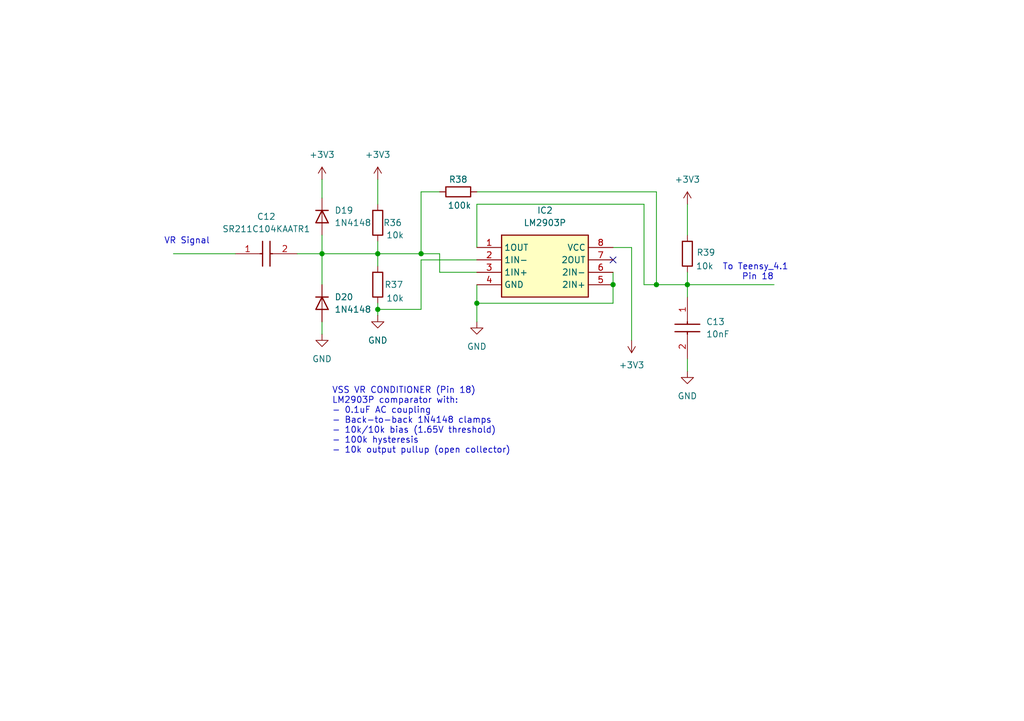
<source format=kicad_sch>
(kicad_sch (version 20250114) (generator "eeschema") (generator_version "9.0")
  (paper "A5")
  (title_block (title "VSS VR Conditioner"))
  (lib_symbols
    (symbol "Device:R" (pin_numbers (hide yes)) (pin_names (offset 0))
      (property "Reference" "R" (at 2.032 0 90))
      (property "Value" "R" (at 0 0 90))
      (symbol "R_0_1"
        (rectangle (start -1.016 -2.54) (end 1.016 2.54) (stroke (width 0.254)))
      )
      (symbol "R_1_1"
        (pin passive line (at 0 3.81 270) (length 1.27) (name "~") (number "1"))
        (pin passive line (at 0 -3.81 90) (length 1.27) (name "~") (number "2"))
      )
    )
    (symbol "Diode:1N4148" (pin_numbers (hide yes)) (pin_names (hide yes))
      (property "Reference" "D" (at 0 2.54 0))
      (property "Value" "1N4148" (at 0 -2.54 0))
      (symbol "1N4148_0_1"
        (polyline (pts (xy -1.27 1.27) (xy -1.27 -1.27)) (stroke (width 0.254)))
        (polyline (pts (xy 1.27 1.27) (xy 1.27 -1.27) (xy -1.27 0) (xy 1.27 1.27)) (stroke (width 0.254)))
        (polyline (pts (xy 1.27 0) (xy -1.27 0)))
      )
      (symbol "1N4148_1_1"
        (pin passive line (at -3.81 0 0) (length 2.54) (name "K") (number "1"))
        (pin passive line (at 3.81 0 180) (length 2.54) (name "A") (number "2"))
      )
    )
    (symbol "SamacSys_Parts:LM2903P"
      (property "Reference" "IC" (at 24.13 7.62 0))
      (property "Value" "LM2903P" (at 24.13 5.08 0))
      (symbol "LM2903P_1_1"
        (rectangle (start 5.08 2.54) (end 22.86 -10.16) (stroke (width 0.254)) (fill (type background)))
        (pin passive line (at 0 0 0) (length 5.08) (name "1OUT") (number "1"))
        (pin passive line (at 0 -2.54 0) (length 5.08) (name "1IN-") (number "2"))
        (pin passive line (at 0 -5.08 0) (length 5.08) (name "1IN+") (number "3"))
        (pin passive line (at 0 -7.62 0) (length 5.08) (name "GND") (number "4"))
        (pin passive line (at 27.94 0 180) (length 5.08) (name "VCC") (number "8"))
        (pin passive line (at 27.94 -2.54 180) (length 5.08) (name "2OUT") (number "7"))
        (pin passive line (at 27.94 -5.08 180) (length 5.08) (name "2IN-") (number "6"))
        (pin passive line (at 27.94 -7.62 180) (length 5.08) (name "2IN+") (number "5"))
      )
    )
    (symbol "SamacSys_Parts:SR211C104KAATR1" (pin_names (hide yes))
      (property "Reference" "C" (at 8.89 6.35 0))
      (property "Value" "SR211C104KAATR1" (at 8.89 3.81 0))
      (symbol "SR211C104KAATR1_1_1"
        (polyline (pts (xy 5.08 0) (xy 5.588 0)) (stroke (width 0.254)))
        (polyline (pts (xy 5.588 2.54) (xy 5.588 -2.54)) (stroke (width 0.254)))
        (polyline (pts (xy 7.112 2.54) (xy 7.112 -2.54)) (stroke (width 0.254)))
        (polyline (pts (xy 7.112 0) (xy 7.62 0)) (stroke (width 0.254)))
        (pin passive line (at 0 0 0) (length 5.08) (name "1") (number "1"))
        (pin passive line (at 12.7 0 180) (length 5.08) (name "2") (number "2"))
      )
    )
    (symbol "power:+3V3" (power) (pin_numbers (hide yes)) (pin_names (offset 0) (hide yes))
      (property "Value" "+3V3" (at 0 3.556 0))
      (symbol "+3V3_0_1"
        (polyline (pts (xy -0.762 1.27) (xy 0 2.54)))
        (polyline (pts (xy 0 2.54) (xy 0.762 1.27)))
        (polyline (pts (xy 0 0) (xy 0 2.54)))
      )
      (symbol "+3V3_1_1"
        (pin power_in line (at 0 0 90) (length 0) (name "~") (number "1"))
      )
    )
    (symbol "power:GND" (power) (pin_numbers (hide yes)) (pin_names (offset 0) (hide yes))
      (property "Value" "GND" (at 0 -3.81 0))
      (symbol "GND_0_1"
        (polyline (pts (xy 0 0) (xy 0 -1.27) (xy 1.27 -1.27) (xy 0 -2.54) (xy -1.27 -1.27) (xy 0 -1.27)))
      )
      (symbol "GND_1_1"
        (pin power_in line (at 0 0 270) (length 0) (name "~") (number "1"))
      )
    )
  )
  (text "VSS VR CONDITIONER (Pin 18)\nLM2903P comparator with:\n- 0.1uF AC coupling\n- Back-to-back 1N4148 clamps\n- 10k/10k bias (1.65V threshold)\n- 100k hysteresis\n- 10k output pullup (open collector)" (at 68.072 86.36 0) (effects (font (size 1.27 1.27)) (justify left)))
  (text "To Teensy_4.1\n Pin 18" (at 154.94 55.88 0) (effects (font (size 1.27 1.27))))
  (text "VR Signal" (at 38.354 49.53 0) (effects (font (size 1.27 1.27))))
  (junction (at 77.47 52.07))
  (junction (at 97.79 62.23))
  (junction (at 66.04 52.07))
  (junction (at 125.73 58.42))
  (junction (at 86.36 52.07))
  (junction (at 134.62 58.42))
  (junction (at 77.47 63.5))
  (junction (at 140.97 58.42))
  (no_connect (at 125.73 53.34))
  (wire (pts (xy 86.36 53.34) (xy 86.36 63.5)))
  (wire (pts (xy 132.08 58.42) (xy 132.08 41.91)))
  (wire (pts (xy 77.47 49.53) (xy 77.47 52.07)))
  (wire (pts (xy 35.56 52.07) (xy 48.26 52.07)))
  (wire (pts (xy 140.97 41.91) (xy 140.97 48.26)))
  (wire (pts (xy 77.47 62.23) (xy 77.47 63.5)))
  (wire (pts (xy 134.62 58.42) (xy 140.97 58.42)))
  (wire (pts (xy 66.04 48.26) (xy 66.04 52.07)))
  (wire (pts (xy 158.75 58.42) (xy 140.97 58.42)))
  (wire (pts (xy 134.62 39.37) (xy 134.62 58.42)))
  (wire (pts (xy 77.47 54.61) (xy 77.47 52.07)))
  (wire (pts (xy 60.96 52.07) (xy 66.04 52.07)))
  (wire (pts (xy 125.73 55.88) (xy 125.73 58.42)))
  (wire (pts (xy 86.36 63.5) (xy 77.47 63.5)))
  (wire (pts (xy 66.04 36.83) (xy 66.04 40.64)))
  (wire (pts (xy 97.79 41.91) (xy 97.79 50.8)))
  (wire (pts (xy 97.79 55.88) (xy 90.17 55.88)))
  (wire (pts (xy 77.47 63.5) (xy 77.47 64.77)))
  (wire (pts (xy 66.04 52.07) (xy 66.04 58.42)))
  (wire (pts (xy 77.47 52.07) (xy 66.04 52.07)))
  (wire (pts (xy 86.36 39.37) (xy 86.36 52.07)))
  (wire (pts (xy 125.73 50.8) (xy 129.54 50.8)))
  (wire (pts (xy 125.73 58.42) (xy 125.73 62.23)))
  (wire (pts (xy 90.17 39.37) (xy 86.36 39.37)))
  (wire (pts (xy 125.73 62.23) (xy 97.79 62.23)))
  (wire (pts (xy 86.36 53.34) (xy 97.79 53.34)))
  (wire (pts (xy 140.97 73.66) (xy 140.97 76.2)))
  (wire (pts (xy 140.97 58.42) (xy 140.97 60.96)))
  (wire (pts (xy 77.47 36.83) (xy 77.47 41.91)))
  (wire (pts (xy 132.08 41.91) (xy 97.79 41.91)))
  (wire (pts (xy 134.62 39.37) (xy 97.79 39.37)))
  (wire (pts (xy 129.54 50.8) (xy 129.54 69.85)))
  (wire (pts (xy 66.04 66.04) (xy 66.04 68.58)))
  (wire (pts (xy 132.08 58.42) (xy 134.62 58.42)))
  (wire (pts (xy 90.17 55.88) (xy 90.17 52.07)))
  (wire (pts (xy 77.47 52.07) (xy 86.36 52.07)))
  (wire (pts (xy 140.97 55.88) (xy 140.97 58.42)))
  (wire (pts (xy 86.36 52.07) (xy 90.17 52.07)))
  (wire (pts (xy 97.79 58.42) (xy 97.79 62.23)))
  (wire (pts (xy 97.79 62.23) (xy 97.79 66.04)))
  (symbol (lib_id "power:GND") (at 77.47 64.77 0) (unit 1) (in_bom no)
    (property "Reference" "#PWR053" (effects (hide yes)))
    (property "Value" "GND" (at 77.47 69.85 0))
    (property "Description" "Power symbol creates a global label with name \"GND\" , ground" (effects (hide yes)))
  )
  (symbol (lib_id "power:+3V3") (at 140.97 41.91 0) (unit 1)
    (property "Reference" "#PWR056" (effects (hide yes)))
    (property "Value" "+3V3" (at 140.97 36.83 0))
    (property "Description" "Power symbol creates a global label with name \"+3V3\"" (effects (hide yes)))
  )
  (symbol (lib_id "Diode:1N4148") (at 66.04 44.45 270) (unit 1)
    (property "Reference" "D19" (at 68.58 43.1799 90) (effects (justify left)))
    (property "Value" "1N4148" (at 68.58 45.7199 90) (effects (justify left)))
    (property "Footprint" "Diode_THT:D_DO-35_SOD27_P7.62mm_Horizontal" (effects (hide yes)))
    (property "Datasheet" "https://assets.nexperia.com/documents/data-sheet/1N4148_1N4448.pdf" (effects (hide yes)))
    (property "Description" "100V 0.15A standard switching diode, DO-35" (effects (hide yes)))
    (property "Sim.Device" "D" (effects (hide yes)))
    (property "Sim.Pins" "1=K 2=A" (effects (hide yes)))
  )
  (symbol (lib_id "power:GND") (at 66.04 68.58 0) (unit 1) (in_bom no)
    (property "Reference" "#PWR051" (effects (hide yes)))
    (property "Value" "GND" (at 66.04 73.66 0))
    (property "Description" "Power symbol creates a global label with name \"GND\" , ground" (effects (hide yes)))
  )
  (symbol (lib_id "Device:R") (at 93.98 39.37 90) (unit 1)
    (property "Reference" "R38" (at 93.98 36.83 90))
    (property "Value" "100k" (at 94.234 42.164 90))
  )
  (symbol (lib_id "SamacSys_Parts:SR211C104KAATR1") (at 140.97 60.96 270) (unit 1)
    (property "Reference" "C13" (at 144.78 66.0399 90) (effects (justify left)))
    (property "Value" "10nF" (at 144.78 68.5799 90) (effects (justify left)))
    (property "Footprint" "SamacSys_Parts:SR211C104KAATR1" (effects (hide yes)))
    (property "Datasheet" "https://datasheets.kyocera-avx.com/SR-Series.pdf" (effects (hide yes)))
    (property "Description" "Multilayer Ceramic Capacitors MLCC - Leaded 100V 0.1uF X7R Long Leads 1\"min 10% A 581-SR211C104KARTR1" (effects (hide yes)))
    (property "Height" "5.08" (effects (hide yes)))
    (property "Mouser Part Number" "581-SR211C104KAATR1" (effects (hide yes)))
    (property "Mouser Price/Stock" "https://www.mouser.co.uk/ProductDetail/KYOCERA-AVX/SR211C104KAATR1?qs=wrl9V6q653S2nTpVE13MlA%3D%3D" (effects (hide yes)))
    (property "Manufacturer_Name" "Kyocera AVX" (effects (hide yes)))
    (property "Manufacturer_Part_Number" "SR211C104KAATR1" (effects (hide yes)))
  )
  (symbol (lib_id "Device:R") (at 77.47 45.72 0) (unit 1)
    (property "Reference" "R36" (at 80.518 45.72 0))
    (property "Value" "10k" (at 81.026 48.26 0))
  )
  (symbol (lib_id "power:+3V3") (at 77.47 36.83 0) (unit 1)
    (property "Reference" "#PWR052" (effects (hide yes)))
    (property "Value" "+3V3" (at 77.47 31.75 0))
    (property "Description" "Power symbol creates a global label with name \"+3V3\"" (effects (hide yes)))
  )
  (symbol (lib_id "Device:R") (at 140.97 52.07 0) (unit 1)
    (property "Reference" "R39" (at 144.78 51.816 0))
    (property "Value" "10k" (at 144.526 54.61 0))
  )
  (symbol (lib_id "power:GND") (at 97.79 66.04 0) (unit 1) (in_bom no)
    (property "Reference" "#PWR054" (effects (hide yes)))
    (property "Value" "GND" (at 97.79 71.12 0))
    (property "Description" "Power symbol creates a global label with name \"GND\" , ground" (effects (hide yes)))
  )
  (symbol (lib_id "SamacSys_Parts:SR211C104KAATR1") (at 48.26 52.07 0) (unit 1)
    (property "Reference" "C12" (at 54.61 44.45 0))
    (property "Value" "SR211C104KAATR1" (at 54.61 46.99 0))
    (property "Footprint" "SamacSys_Parts:SR211C104KAATR1" (effects (hide yes)))
    (property "Datasheet" "https://datasheets.kyocera-avx.com/SR-Series.pdf" (effects (hide yes)))
    (property "Description" "Multilayer Ceramic Capacitors MLCC - Leaded 100V 0.1uF X7R Long Leads 1\"min 10% A 581-SR211C104KARTR1" (effects (hide yes)))
    (property "Height" "5.08" (effects (hide yes)))
    (property "Mouser Part Number" "581-SR211C104KAATR1" (effects (hide yes)))
    (property "Mouser Price/Stock" "https://www.mouser.co.uk/ProductDetail/KYOCERA-AVX/SR211C104KAATR1?qs=wrl9V6q653S2nTpVE13MlA%3D%3D" (effects (hide yes)))
    (property "Manufacturer_Name" "Kyocera AVX" (effects (hide yes)))
    (property "Manufacturer_Part_Number" "SR211C104KAATR1" (effects (hide yes)))
  )
  (symbol (lib_id "Diode:1N4148") (at 66.04 62.23 270) (unit 1)
    (property "Reference" "D20" (at 68.58 60.9599 90) (effects (justify left)))
    (property "Value" "1N4148" (at 68.58 63.4999 90) (effects (justify left)))
    (property "Footprint" "Diode_THT:D_DO-35_SOD27_P7.62mm_Horizontal" (effects (hide yes)))
    (property "Datasheet" "https://assets.nexperia.com/documents/data-sheet/1N4148_1N4448.pdf" (effects (hide yes)))
    (property "Description" "100V 0.15A standard switching diode, DO-35" (effects (hide yes)))
    (property "Sim.Device" "D" (effects (hide yes)))
    (property "Sim.Pins" "1=K 2=A" (effects (hide yes)))
  )
  (symbol (lib_id "SamacSys_Parts:LM2903P") (at 97.79 50.8 0) (unit 1)
    (property "Reference" "IC2" (at 111.76 43.18 0))
    (property "Value" "LM2903P" (at 111.76 45.72 0))
    (property "Footprint" "SamacSys_Parts:DIP794W53P254L959H508Q8N" (effects (hide yes)))
    (property "Datasheet" "http://www.ti.com/lit/ds/symlink/lm2903.pdf" (effects (hide yes)))
    (property "Description" "LM2903P, Dual Comparator Open Collector 1.3us 12 V, 15 V, 18 V, 24 V, 28 V, 3 V, 5 V, 9 V 8-Pin PDIP" (effects (hide yes)))
    (property "Height" "5.08" (effects (hide yes)))
    (property "Mouser Part Number" "595-LM2903P" (effects (hide yes)))
    (property "Mouser Price/Stock" "https://www.mouser.co.uk/ProductDetail/Texas-Instruments/LM2903P?qs=3pnr37ZAbK83YuwoFcyYVA%3D%3D" (effects (hide yes)))
    (property "Manufacturer_Name" "Texas Instruments" (effects (hide yes)))
    (property "Manufacturer_Part_Number" "LM2903P" (effects (hide yes)))
  )
  (symbol (lib_id "power:+3V3") (at 66.04 36.83 0) (unit 1)
    (property "Reference" "#PWR050" (effects (hide yes)))
    (property "Value" "+3V3" (at 66.04 31.75 0))
    (property "Description" "Power symbol creates a global label with name \"+3V3\"" (effects (hide yes)))
  )
  (symbol (lib_id "power:+3V3") (at 129.54 69.85 0) (mirror x) (unit 1)
    (property "Reference" "#PWR055" (effects (hide yes)))
    (property "Value" "+3V3" (at 129.54 74.93 0))
    (property "Description" "Power symbol creates a global label with name \"+3V3\"" (effects (hide yes)))
  )
  (symbol (lib_id "power:GND") (at 140.97 76.2 0) (unit 1) (in_bom no)
    (property "Reference" "#PWR057" (effects (hide yes)))
    (property "Value" "GND" (at 140.97 81.28 0))
    (property "Description" "Power symbol creates a global label with name \"GND\" , ground" (effects (hide yes)))
  )
  (symbol (lib_id "Device:R") (at 77.47 58.42 0) (unit 1)
    (property "Reference" "R37" (at 80.772 58.42 0))
    (property "Value" "10k" (at 81.026 61.214 0))
  )
)
</source>
